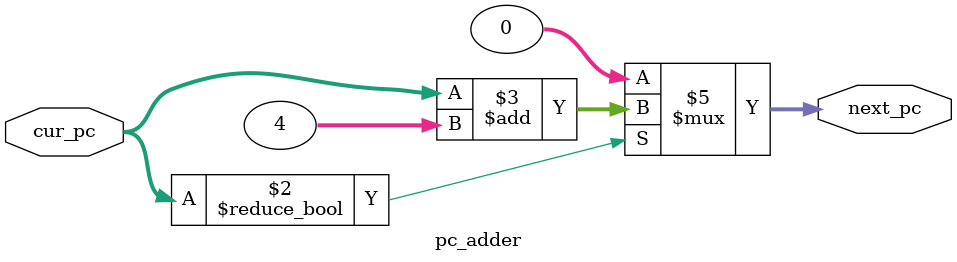
<source format=v>


`timescale 1ns/10ps

module pc_adder (
    cur_pc,
    next_pc
);


input [31:0] cur_pc;
output [31:0] next_pc;
reg [31:0] next_pc;






always @(cur_pc) begin: PC_ADDER_LOGIC
    if ((cur_pc != 0)) begin
        next_pc = (cur_pc + 4);
    end
    else begin
        next_pc = 0;
    end
end

endmodule

</source>
